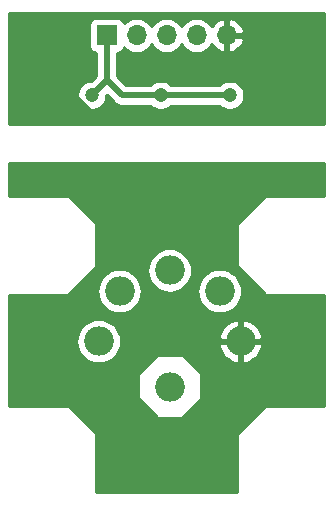
<source format=gbl>
G04 #@! TF.GenerationSoftware,KiCad,Pcbnew,5.1.2-f72e74a~84~ubuntu16.04.1*
G04 #@! TF.CreationDate,2019-07-19T18:17:23+01:00*
G04 #@! TF.ProjectId,DigitalPot_OptoIsolator,44696769-7461-46c5-906f-745f4f70746f,rev?*
G04 #@! TF.SameCoordinates,Original*
G04 #@! TF.FileFunction,Copper,L2,Bot*
G04 #@! TF.FilePolarity,Positive*
%FSLAX46Y46*%
G04 Gerber Fmt 4.6, Leading zero omitted, Abs format (unit mm)*
G04 Created by KiCad (PCBNEW 5.1.2-f72e74a~84~ubuntu16.04.1) date 2019-07-19 18:17:23*
%MOMM*%
%LPD*%
G04 APERTURE LIST*
%ADD10O,2.500000X2.500000*%
%ADD11R,1.700000X1.700000*%
%ADD12O,1.700000X1.700000*%
%ADD13C,1.200000*%
%ADD14C,0.508000*%
%ADD15C,0.254000*%
G04 APERTURE END LIST*
D10*
X101854000Y-40228000D03*
X106096640Y-41985360D03*
X107854000Y-46228000D03*
X101854000Y-50128000D03*
X95854000Y-46228000D03*
X97611360Y-41985360D03*
D11*
X96520000Y-20320000D03*
D12*
X99060000Y-20320000D03*
X101600000Y-20320000D03*
X104140000Y-20320000D03*
X106680000Y-20320000D03*
D13*
X95250000Y-25400000D03*
X101092000Y-25400000D03*
X106934000Y-25400000D03*
X94488000Y-23622000D03*
X105097000Y-27373000D03*
X99255000Y-27373000D03*
X91694000Y-20320000D03*
X101854000Y-46228000D03*
X101092000Y-34544000D03*
X106934000Y-34544000D03*
X96012000Y-34544000D03*
D14*
X96520000Y-24130000D02*
X95250000Y-25400000D01*
X96520000Y-20320000D02*
X96520000Y-24130000D01*
X97790000Y-25400000D02*
X96520000Y-24130000D01*
X101092000Y-25400000D02*
X97790000Y-25400000D01*
X101092000Y-25400000D02*
X106934000Y-25400000D01*
X105097000Y-27373000D02*
X99255000Y-27373000D01*
X93888001Y-24221999D02*
X94488000Y-23622000D01*
X93888001Y-25597923D02*
X93888001Y-24221999D01*
X95663078Y-27373000D02*
X93888001Y-25597923D01*
X99255000Y-27373000D02*
X95663078Y-27373000D01*
X91694000Y-20828000D02*
X94488000Y-23622000D01*
X91694000Y-20320000D02*
X91694000Y-20828000D01*
X101092000Y-34544000D02*
X106934000Y-34544000D01*
X107600000Y-45222234D02*
X107600000Y-46990000D01*
X96012000Y-34544000D02*
X101092000Y-34544000D01*
X106934000Y-34544000D02*
X106934000Y-39624000D01*
X106934000Y-39624000D02*
X108458000Y-41148000D01*
X108458000Y-41148000D02*
X108458000Y-43434000D01*
X107854000Y-44038000D02*
X107854000Y-46228000D01*
X108458000Y-43434000D02*
X107854000Y-44038000D01*
D15*
G36*
X114910001Y-27813000D02*
G01*
X88290000Y-27813000D01*
X88290000Y-25278363D01*
X94015000Y-25278363D01*
X94015000Y-25521637D01*
X94062460Y-25760236D01*
X94155557Y-25984992D01*
X94290713Y-26187267D01*
X94462733Y-26359287D01*
X94665008Y-26494443D01*
X94889764Y-26587540D01*
X95128363Y-26635000D01*
X95371637Y-26635000D01*
X95610236Y-26587540D01*
X95834992Y-26494443D01*
X96037267Y-26359287D01*
X96209287Y-26187267D01*
X96344443Y-25984992D01*
X96437540Y-25760236D01*
X96485000Y-25521637D01*
X96485000Y-25422235D01*
X96520000Y-25387236D01*
X97130506Y-25997741D01*
X97158341Y-26031659D01*
X97293709Y-26142753D01*
X97448149Y-26225303D01*
X97514058Y-26245296D01*
X97615724Y-26276136D01*
X97648924Y-26279406D01*
X97746333Y-26289000D01*
X97746339Y-26289000D01*
X97789999Y-26293300D01*
X97833659Y-26289000D01*
X100234446Y-26289000D01*
X100304733Y-26359287D01*
X100507008Y-26494443D01*
X100731764Y-26587540D01*
X100970363Y-26635000D01*
X101213637Y-26635000D01*
X101452236Y-26587540D01*
X101676992Y-26494443D01*
X101879267Y-26359287D01*
X101949554Y-26289000D01*
X106076446Y-26289000D01*
X106146733Y-26359287D01*
X106349008Y-26494443D01*
X106573764Y-26587540D01*
X106812363Y-26635000D01*
X107055637Y-26635000D01*
X107294236Y-26587540D01*
X107518992Y-26494443D01*
X107721267Y-26359287D01*
X107893287Y-26187267D01*
X108028443Y-25984992D01*
X108121540Y-25760236D01*
X108169000Y-25521637D01*
X108169000Y-25278363D01*
X108121540Y-25039764D01*
X108028443Y-24815008D01*
X107893287Y-24612733D01*
X107721267Y-24440713D01*
X107518992Y-24305557D01*
X107294236Y-24212460D01*
X107055637Y-24165000D01*
X106812363Y-24165000D01*
X106573764Y-24212460D01*
X106349008Y-24305557D01*
X106146733Y-24440713D01*
X106076446Y-24511000D01*
X101949554Y-24511000D01*
X101879267Y-24440713D01*
X101676992Y-24305557D01*
X101452236Y-24212460D01*
X101213637Y-24165000D01*
X100970363Y-24165000D01*
X100731764Y-24212460D01*
X100507008Y-24305557D01*
X100304733Y-24440713D01*
X100234446Y-24511000D01*
X98158236Y-24511000D01*
X97409000Y-23761765D01*
X97409000Y-21804231D01*
X97494482Y-21795812D01*
X97614180Y-21759502D01*
X97724494Y-21700537D01*
X97821185Y-21621185D01*
X97900537Y-21524494D01*
X97959502Y-21414180D01*
X97980393Y-21345313D01*
X98004866Y-21375134D01*
X98230986Y-21560706D01*
X98488966Y-21698599D01*
X98768889Y-21783513D01*
X98987050Y-21805000D01*
X99132950Y-21805000D01*
X99351111Y-21783513D01*
X99631034Y-21698599D01*
X99889014Y-21560706D01*
X100115134Y-21375134D01*
X100300706Y-21149014D01*
X100330000Y-21094209D01*
X100359294Y-21149014D01*
X100544866Y-21375134D01*
X100770986Y-21560706D01*
X101028966Y-21698599D01*
X101308889Y-21783513D01*
X101527050Y-21805000D01*
X101672950Y-21805000D01*
X101891111Y-21783513D01*
X102171034Y-21698599D01*
X102429014Y-21560706D01*
X102655134Y-21375134D01*
X102840706Y-21149014D01*
X102870000Y-21094209D01*
X102899294Y-21149014D01*
X103084866Y-21375134D01*
X103310986Y-21560706D01*
X103568966Y-21698599D01*
X103848889Y-21783513D01*
X104067050Y-21805000D01*
X104212950Y-21805000D01*
X104431111Y-21783513D01*
X104711034Y-21698599D01*
X104969014Y-21560706D01*
X105195134Y-21375134D01*
X105380706Y-21149014D01*
X105415201Y-21084477D01*
X105484822Y-21201355D01*
X105679731Y-21417588D01*
X105913080Y-21591641D01*
X106175901Y-21716825D01*
X106323110Y-21761476D01*
X106553000Y-21640155D01*
X106553000Y-20447000D01*
X106807000Y-20447000D01*
X106807000Y-21640155D01*
X107036890Y-21761476D01*
X107184099Y-21716825D01*
X107446920Y-21591641D01*
X107680269Y-21417588D01*
X107875178Y-21201355D01*
X108024157Y-20951252D01*
X108121481Y-20676891D01*
X108000814Y-20447000D01*
X106807000Y-20447000D01*
X106553000Y-20447000D01*
X106533000Y-20447000D01*
X106533000Y-20193000D01*
X106553000Y-20193000D01*
X106553000Y-18999845D01*
X106807000Y-18999845D01*
X106807000Y-20193000D01*
X108000814Y-20193000D01*
X108121481Y-19963109D01*
X108024157Y-19688748D01*
X107875178Y-19438645D01*
X107680269Y-19222412D01*
X107446920Y-19048359D01*
X107184099Y-18923175D01*
X107036890Y-18878524D01*
X106807000Y-18999845D01*
X106553000Y-18999845D01*
X106323110Y-18878524D01*
X106175901Y-18923175D01*
X105913080Y-19048359D01*
X105679731Y-19222412D01*
X105484822Y-19438645D01*
X105415201Y-19555523D01*
X105380706Y-19490986D01*
X105195134Y-19264866D01*
X104969014Y-19079294D01*
X104711034Y-18941401D01*
X104431111Y-18856487D01*
X104212950Y-18835000D01*
X104067050Y-18835000D01*
X103848889Y-18856487D01*
X103568966Y-18941401D01*
X103310986Y-19079294D01*
X103084866Y-19264866D01*
X102899294Y-19490986D01*
X102870000Y-19545791D01*
X102840706Y-19490986D01*
X102655134Y-19264866D01*
X102429014Y-19079294D01*
X102171034Y-18941401D01*
X101891111Y-18856487D01*
X101672950Y-18835000D01*
X101527050Y-18835000D01*
X101308889Y-18856487D01*
X101028966Y-18941401D01*
X100770986Y-19079294D01*
X100544866Y-19264866D01*
X100359294Y-19490986D01*
X100330000Y-19545791D01*
X100300706Y-19490986D01*
X100115134Y-19264866D01*
X99889014Y-19079294D01*
X99631034Y-18941401D01*
X99351111Y-18856487D01*
X99132950Y-18835000D01*
X98987050Y-18835000D01*
X98768889Y-18856487D01*
X98488966Y-18941401D01*
X98230986Y-19079294D01*
X98004866Y-19264866D01*
X97980393Y-19294687D01*
X97959502Y-19225820D01*
X97900537Y-19115506D01*
X97821185Y-19018815D01*
X97724494Y-18939463D01*
X97614180Y-18880498D01*
X97494482Y-18844188D01*
X97370000Y-18831928D01*
X95670000Y-18831928D01*
X95545518Y-18844188D01*
X95425820Y-18880498D01*
X95315506Y-18939463D01*
X95218815Y-19018815D01*
X95139463Y-19115506D01*
X95080498Y-19225820D01*
X95044188Y-19345518D01*
X95031928Y-19470000D01*
X95031928Y-21170000D01*
X95044188Y-21294482D01*
X95080498Y-21414180D01*
X95139463Y-21524494D01*
X95218815Y-21621185D01*
X95315506Y-21700537D01*
X95425820Y-21759502D01*
X95545518Y-21795812D01*
X95631000Y-21804231D01*
X95631001Y-23761763D01*
X95227765Y-24165000D01*
X95128363Y-24165000D01*
X94889764Y-24212460D01*
X94665008Y-24305557D01*
X94462733Y-24440713D01*
X94290713Y-24612733D01*
X94155557Y-24815008D01*
X94062460Y-25039764D01*
X94015000Y-25278363D01*
X88290000Y-25278363D01*
X88290000Y-18440000D01*
X114910001Y-18440000D01*
X114910001Y-27813000D01*
X114910001Y-27813000D01*
G37*
X114910001Y-27813000D02*
X88290000Y-27813000D01*
X88290000Y-25278363D01*
X94015000Y-25278363D01*
X94015000Y-25521637D01*
X94062460Y-25760236D01*
X94155557Y-25984992D01*
X94290713Y-26187267D01*
X94462733Y-26359287D01*
X94665008Y-26494443D01*
X94889764Y-26587540D01*
X95128363Y-26635000D01*
X95371637Y-26635000D01*
X95610236Y-26587540D01*
X95834992Y-26494443D01*
X96037267Y-26359287D01*
X96209287Y-26187267D01*
X96344443Y-25984992D01*
X96437540Y-25760236D01*
X96485000Y-25521637D01*
X96485000Y-25422235D01*
X96520000Y-25387236D01*
X97130506Y-25997741D01*
X97158341Y-26031659D01*
X97293709Y-26142753D01*
X97448149Y-26225303D01*
X97514058Y-26245296D01*
X97615724Y-26276136D01*
X97648924Y-26279406D01*
X97746333Y-26289000D01*
X97746339Y-26289000D01*
X97789999Y-26293300D01*
X97833659Y-26289000D01*
X100234446Y-26289000D01*
X100304733Y-26359287D01*
X100507008Y-26494443D01*
X100731764Y-26587540D01*
X100970363Y-26635000D01*
X101213637Y-26635000D01*
X101452236Y-26587540D01*
X101676992Y-26494443D01*
X101879267Y-26359287D01*
X101949554Y-26289000D01*
X106076446Y-26289000D01*
X106146733Y-26359287D01*
X106349008Y-26494443D01*
X106573764Y-26587540D01*
X106812363Y-26635000D01*
X107055637Y-26635000D01*
X107294236Y-26587540D01*
X107518992Y-26494443D01*
X107721267Y-26359287D01*
X107893287Y-26187267D01*
X108028443Y-25984992D01*
X108121540Y-25760236D01*
X108169000Y-25521637D01*
X108169000Y-25278363D01*
X108121540Y-25039764D01*
X108028443Y-24815008D01*
X107893287Y-24612733D01*
X107721267Y-24440713D01*
X107518992Y-24305557D01*
X107294236Y-24212460D01*
X107055637Y-24165000D01*
X106812363Y-24165000D01*
X106573764Y-24212460D01*
X106349008Y-24305557D01*
X106146733Y-24440713D01*
X106076446Y-24511000D01*
X101949554Y-24511000D01*
X101879267Y-24440713D01*
X101676992Y-24305557D01*
X101452236Y-24212460D01*
X101213637Y-24165000D01*
X100970363Y-24165000D01*
X100731764Y-24212460D01*
X100507008Y-24305557D01*
X100304733Y-24440713D01*
X100234446Y-24511000D01*
X98158236Y-24511000D01*
X97409000Y-23761765D01*
X97409000Y-21804231D01*
X97494482Y-21795812D01*
X97614180Y-21759502D01*
X97724494Y-21700537D01*
X97821185Y-21621185D01*
X97900537Y-21524494D01*
X97959502Y-21414180D01*
X97980393Y-21345313D01*
X98004866Y-21375134D01*
X98230986Y-21560706D01*
X98488966Y-21698599D01*
X98768889Y-21783513D01*
X98987050Y-21805000D01*
X99132950Y-21805000D01*
X99351111Y-21783513D01*
X99631034Y-21698599D01*
X99889014Y-21560706D01*
X100115134Y-21375134D01*
X100300706Y-21149014D01*
X100330000Y-21094209D01*
X100359294Y-21149014D01*
X100544866Y-21375134D01*
X100770986Y-21560706D01*
X101028966Y-21698599D01*
X101308889Y-21783513D01*
X101527050Y-21805000D01*
X101672950Y-21805000D01*
X101891111Y-21783513D01*
X102171034Y-21698599D01*
X102429014Y-21560706D01*
X102655134Y-21375134D01*
X102840706Y-21149014D01*
X102870000Y-21094209D01*
X102899294Y-21149014D01*
X103084866Y-21375134D01*
X103310986Y-21560706D01*
X103568966Y-21698599D01*
X103848889Y-21783513D01*
X104067050Y-21805000D01*
X104212950Y-21805000D01*
X104431111Y-21783513D01*
X104711034Y-21698599D01*
X104969014Y-21560706D01*
X105195134Y-21375134D01*
X105380706Y-21149014D01*
X105415201Y-21084477D01*
X105484822Y-21201355D01*
X105679731Y-21417588D01*
X105913080Y-21591641D01*
X106175901Y-21716825D01*
X106323110Y-21761476D01*
X106553000Y-21640155D01*
X106553000Y-20447000D01*
X106807000Y-20447000D01*
X106807000Y-21640155D01*
X107036890Y-21761476D01*
X107184099Y-21716825D01*
X107446920Y-21591641D01*
X107680269Y-21417588D01*
X107875178Y-21201355D01*
X108024157Y-20951252D01*
X108121481Y-20676891D01*
X108000814Y-20447000D01*
X106807000Y-20447000D01*
X106553000Y-20447000D01*
X106533000Y-20447000D01*
X106533000Y-20193000D01*
X106553000Y-20193000D01*
X106553000Y-18999845D01*
X106807000Y-18999845D01*
X106807000Y-20193000D01*
X108000814Y-20193000D01*
X108121481Y-19963109D01*
X108024157Y-19688748D01*
X107875178Y-19438645D01*
X107680269Y-19222412D01*
X107446920Y-19048359D01*
X107184099Y-18923175D01*
X107036890Y-18878524D01*
X106807000Y-18999845D01*
X106553000Y-18999845D01*
X106323110Y-18878524D01*
X106175901Y-18923175D01*
X105913080Y-19048359D01*
X105679731Y-19222412D01*
X105484822Y-19438645D01*
X105415201Y-19555523D01*
X105380706Y-19490986D01*
X105195134Y-19264866D01*
X104969014Y-19079294D01*
X104711034Y-18941401D01*
X104431111Y-18856487D01*
X104212950Y-18835000D01*
X104067050Y-18835000D01*
X103848889Y-18856487D01*
X103568966Y-18941401D01*
X103310986Y-19079294D01*
X103084866Y-19264866D01*
X102899294Y-19490986D01*
X102870000Y-19545791D01*
X102840706Y-19490986D01*
X102655134Y-19264866D01*
X102429014Y-19079294D01*
X102171034Y-18941401D01*
X101891111Y-18856487D01*
X101672950Y-18835000D01*
X101527050Y-18835000D01*
X101308889Y-18856487D01*
X101028966Y-18941401D01*
X100770986Y-19079294D01*
X100544866Y-19264866D01*
X100359294Y-19490986D01*
X100330000Y-19545791D01*
X100300706Y-19490986D01*
X100115134Y-19264866D01*
X99889014Y-19079294D01*
X99631034Y-18941401D01*
X99351111Y-18856487D01*
X99132950Y-18835000D01*
X98987050Y-18835000D01*
X98768889Y-18856487D01*
X98488966Y-18941401D01*
X98230986Y-19079294D01*
X98004866Y-19264866D01*
X97980393Y-19294687D01*
X97959502Y-19225820D01*
X97900537Y-19115506D01*
X97821185Y-19018815D01*
X97724494Y-18939463D01*
X97614180Y-18880498D01*
X97494482Y-18844188D01*
X97370000Y-18831928D01*
X95670000Y-18831928D01*
X95545518Y-18844188D01*
X95425820Y-18880498D01*
X95315506Y-18939463D01*
X95218815Y-19018815D01*
X95139463Y-19115506D01*
X95080498Y-19225820D01*
X95044188Y-19345518D01*
X95031928Y-19470000D01*
X95031928Y-21170000D01*
X95044188Y-21294482D01*
X95080498Y-21414180D01*
X95139463Y-21524494D01*
X95218815Y-21621185D01*
X95315506Y-21700537D01*
X95425820Y-21759502D01*
X95545518Y-21795812D01*
X95631000Y-21804231D01*
X95631001Y-23761763D01*
X95227765Y-24165000D01*
X95128363Y-24165000D01*
X94889764Y-24212460D01*
X94665008Y-24305557D01*
X94462733Y-24440713D01*
X94290713Y-24612733D01*
X94155557Y-24815008D01*
X94062460Y-25039764D01*
X94015000Y-25278363D01*
X88290000Y-25278363D01*
X88290000Y-18440000D01*
X114910001Y-18440000D01*
X114910001Y-27813000D01*
G36*
X114910001Y-33909000D02*
G01*
X109982000Y-33909000D01*
X109957224Y-33911440D01*
X109933399Y-33918667D01*
X109911443Y-33930403D01*
X109892197Y-33946197D01*
X107606197Y-36232197D01*
X107590403Y-36251443D01*
X107578667Y-36273399D01*
X107571440Y-36297224D01*
X107569000Y-36322000D01*
X107569000Y-39878000D01*
X107571440Y-39902776D01*
X107578667Y-39926601D01*
X107590403Y-39948557D01*
X107606197Y-39967803D01*
X109892197Y-42253803D01*
X109911443Y-42269597D01*
X109933399Y-42281333D01*
X109957224Y-42288560D01*
X109982000Y-42291000D01*
X114910000Y-42291000D01*
X114910000Y-51689000D01*
X109982000Y-51689000D01*
X109957224Y-51691440D01*
X109933399Y-51698667D01*
X109911443Y-51710403D01*
X109892197Y-51726197D01*
X107606197Y-54012197D01*
X107590403Y-54031443D01*
X107578667Y-54053399D01*
X107571440Y-54077224D01*
X107569000Y-54102000D01*
X107569000Y-59030000D01*
X95631000Y-59030000D01*
X95631000Y-54102000D01*
X95628560Y-54077224D01*
X95621333Y-54053399D01*
X95609597Y-54031443D01*
X95593803Y-54012197D01*
X93307803Y-51726197D01*
X93288557Y-51710403D01*
X93266601Y-51698667D01*
X93242776Y-51691440D01*
X93218000Y-51689000D01*
X88290000Y-51689000D01*
X88290000Y-49022000D01*
X99187000Y-49022000D01*
X99187000Y-51054000D01*
X99189440Y-51078776D01*
X99196667Y-51102601D01*
X99208403Y-51124557D01*
X99224197Y-51143803D01*
X100748197Y-52667803D01*
X100767443Y-52683597D01*
X100789399Y-52695333D01*
X100813224Y-52702560D01*
X100838000Y-52705000D01*
X102870000Y-52705000D01*
X102894776Y-52702560D01*
X102918601Y-52695333D01*
X102940557Y-52683597D01*
X102959803Y-52667803D01*
X104483803Y-51143803D01*
X104499597Y-51124557D01*
X104511333Y-51102601D01*
X104518560Y-51078776D01*
X104521000Y-51054000D01*
X104521000Y-49022000D01*
X104518560Y-48997224D01*
X104511333Y-48973399D01*
X104499597Y-48951443D01*
X104483803Y-48932197D01*
X102959803Y-47408197D01*
X102940557Y-47392403D01*
X102918601Y-47380667D01*
X102894776Y-47373440D01*
X102870000Y-47371000D01*
X100838000Y-47371000D01*
X100813224Y-47373440D01*
X100789399Y-47380667D01*
X100767443Y-47392403D01*
X100748197Y-47408197D01*
X99224197Y-48932197D01*
X99208403Y-48951443D01*
X99196667Y-48973399D01*
X99189440Y-48997224D01*
X99187000Y-49022000D01*
X88290000Y-49022000D01*
X88290000Y-46228000D01*
X93959880Y-46228000D01*
X93996275Y-46597524D01*
X94104061Y-46952848D01*
X94279097Y-47280317D01*
X94514655Y-47567345D01*
X94801683Y-47802903D01*
X95129152Y-47977939D01*
X95484476Y-48085725D01*
X95761403Y-48113000D01*
X95946597Y-48113000D01*
X96223524Y-48085725D01*
X96578848Y-47977939D01*
X96906317Y-47802903D01*
X97193345Y-47567345D01*
X97428903Y-47280317D01*
X97603939Y-46952848D01*
X97696521Y-46647645D01*
X106016305Y-46647645D01*
X106092867Y-46900048D01*
X106257817Y-47230715D01*
X106484107Y-47522848D01*
X106763041Y-47765221D01*
X107083900Y-47948519D01*
X107434354Y-48065699D01*
X107727000Y-47949971D01*
X107727000Y-46355000D01*
X107981000Y-46355000D01*
X107981000Y-47949971D01*
X108273646Y-48065699D01*
X108624100Y-47948519D01*
X108944959Y-47765221D01*
X109223893Y-47522848D01*
X109450183Y-47230715D01*
X109615133Y-46900048D01*
X109691695Y-46647645D01*
X109575572Y-46355000D01*
X107981000Y-46355000D01*
X107727000Y-46355000D01*
X106132428Y-46355000D01*
X106016305Y-46647645D01*
X97696521Y-46647645D01*
X97711725Y-46597524D01*
X97748120Y-46228000D01*
X97711725Y-45858476D01*
X97696522Y-45808355D01*
X106016305Y-45808355D01*
X106132428Y-46101000D01*
X107727000Y-46101000D01*
X107727000Y-44506029D01*
X107981000Y-44506029D01*
X107981000Y-46101000D01*
X109575572Y-46101000D01*
X109691695Y-45808355D01*
X109615133Y-45555952D01*
X109450183Y-45225285D01*
X109223893Y-44933152D01*
X108944959Y-44690779D01*
X108624100Y-44507481D01*
X108273646Y-44390301D01*
X107981000Y-44506029D01*
X107727000Y-44506029D01*
X107434354Y-44390301D01*
X107083900Y-44507481D01*
X106763041Y-44690779D01*
X106484107Y-44933152D01*
X106257817Y-45225285D01*
X106092867Y-45555952D01*
X106016305Y-45808355D01*
X97696522Y-45808355D01*
X97603939Y-45503152D01*
X97428903Y-45175683D01*
X97193345Y-44888655D01*
X96906317Y-44653097D01*
X96578848Y-44478061D01*
X96223524Y-44370275D01*
X95946597Y-44343000D01*
X95761403Y-44343000D01*
X95484476Y-44370275D01*
X95129152Y-44478061D01*
X94801683Y-44653097D01*
X94514655Y-44888655D01*
X94279097Y-45175683D01*
X94104061Y-45503152D01*
X93996275Y-45858476D01*
X93959880Y-46228000D01*
X88290000Y-46228000D01*
X88290000Y-42291000D01*
X93218000Y-42291000D01*
X93242776Y-42288560D01*
X93266601Y-42281333D01*
X93288557Y-42269597D01*
X93307803Y-42253803D01*
X93576246Y-41985360D01*
X95717240Y-41985360D01*
X95753635Y-42354884D01*
X95861421Y-42710208D01*
X96036457Y-43037677D01*
X96272015Y-43324705D01*
X96559043Y-43560263D01*
X96886512Y-43735299D01*
X97241836Y-43843085D01*
X97518763Y-43870360D01*
X97703957Y-43870360D01*
X97980884Y-43843085D01*
X98336208Y-43735299D01*
X98663677Y-43560263D01*
X98950705Y-43324705D01*
X99186263Y-43037677D01*
X99361299Y-42710208D01*
X99469085Y-42354884D01*
X99505480Y-41985360D01*
X99469085Y-41615836D01*
X99361299Y-41260512D01*
X99186263Y-40933043D01*
X98950705Y-40646015D01*
X98663677Y-40410457D01*
X98336208Y-40235421D01*
X98311745Y-40228000D01*
X99959880Y-40228000D01*
X99996275Y-40597524D01*
X100104061Y-40952848D01*
X100279097Y-41280317D01*
X100514655Y-41567345D01*
X100801683Y-41802903D01*
X101129152Y-41977939D01*
X101484476Y-42085725D01*
X101761403Y-42113000D01*
X101946597Y-42113000D01*
X102223524Y-42085725D01*
X102554384Y-41985360D01*
X104202520Y-41985360D01*
X104238915Y-42354884D01*
X104346701Y-42710208D01*
X104521737Y-43037677D01*
X104757295Y-43324705D01*
X105044323Y-43560263D01*
X105371792Y-43735299D01*
X105727116Y-43843085D01*
X106004043Y-43870360D01*
X106189237Y-43870360D01*
X106466164Y-43843085D01*
X106821488Y-43735299D01*
X107148957Y-43560263D01*
X107435985Y-43324705D01*
X107671543Y-43037677D01*
X107846579Y-42710208D01*
X107954365Y-42354884D01*
X107990760Y-41985360D01*
X107954365Y-41615836D01*
X107846579Y-41260512D01*
X107671543Y-40933043D01*
X107435985Y-40646015D01*
X107148957Y-40410457D01*
X106821488Y-40235421D01*
X106466164Y-40127635D01*
X106189237Y-40100360D01*
X106004043Y-40100360D01*
X105727116Y-40127635D01*
X105371792Y-40235421D01*
X105044323Y-40410457D01*
X104757295Y-40646015D01*
X104521737Y-40933043D01*
X104346701Y-41260512D01*
X104238915Y-41615836D01*
X104202520Y-41985360D01*
X102554384Y-41985360D01*
X102578848Y-41977939D01*
X102906317Y-41802903D01*
X103193345Y-41567345D01*
X103428903Y-41280317D01*
X103603939Y-40952848D01*
X103711725Y-40597524D01*
X103748120Y-40228000D01*
X103711725Y-39858476D01*
X103603939Y-39503152D01*
X103428903Y-39175683D01*
X103193345Y-38888655D01*
X102906317Y-38653097D01*
X102578848Y-38478061D01*
X102223524Y-38370275D01*
X101946597Y-38343000D01*
X101761403Y-38343000D01*
X101484476Y-38370275D01*
X101129152Y-38478061D01*
X100801683Y-38653097D01*
X100514655Y-38888655D01*
X100279097Y-39175683D01*
X100104061Y-39503152D01*
X99996275Y-39858476D01*
X99959880Y-40228000D01*
X98311745Y-40228000D01*
X97980884Y-40127635D01*
X97703957Y-40100360D01*
X97518763Y-40100360D01*
X97241836Y-40127635D01*
X96886512Y-40235421D01*
X96559043Y-40410457D01*
X96272015Y-40646015D01*
X96036457Y-40933043D01*
X95861421Y-41260512D01*
X95753635Y-41615836D01*
X95717240Y-41985360D01*
X93576246Y-41985360D01*
X95593803Y-39967803D01*
X95609597Y-39948557D01*
X95621333Y-39926601D01*
X95628560Y-39902776D01*
X95631000Y-39878000D01*
X95631000Y-36322000D01*
X95628560Y-36297224D01*
X95621333Y-36273399D01*
X95609597Y-36251443D01*
X95593803Y-36232197D01*
X93307803Y-33946197D01*
X93288557Y-33930403D01*
X93266601Y-33918667D01*
X93242776Y-33911440D01*
X93218000Y-33909000D01*
X88290000Y-33909000D01*
X88290000Y-31115000D01*
X114910001Y-31115000D01*
X114910001Y-33909000D01*
X114910001Y-33909000D01*
G37*
X114910001Y-33909000D02*
X109982000Y-33909000D01*
X109957224Y-33911440D01*
X109933399Y-33918667D01*
X109911443Y-33930403D01*
X109892197Y-33946197D01*
X107606197Y-36232197D01*
X107590403Y-36251443D01*
X107578667Y-36273399D01*
X107571440Y-36297224D01*
X107569000Y-36322000D01*
X107569000Y-39878000D01*
X107571440Y-39902776D01*
X107578667Y-39926601D01*
X107590403Y-39948557D01*
X107606197Y-39967803D01*
X109892197Y-42253803D01*
X109911443Y-42269597D01*
X109933399Y-42281333D01*
X109957224Y-42288560D01*
X109982000Y-42291000D01*
X114910000Y-42291000D01*
X114910000Y-51689000D01*
X109982000Y-51689000D01*
X109957224Y-51691440D01*
X109933399Y-51698667D01*
X109911443Y-51710403D01*
X109892197Y-51726197D01*
X107606197Y-54012197D01*
X107590403Y-54031443D01*
X107578667Y-54053399D01*
X107571440Y-54077224D01*
X107569000Y-54102000D01*
X107569000Y-59030000D01*
X95631000Y-59030000D01*
X95631000Y-54102000D01*
X95628560Y-54077224D01*
X95621333Y-54053399D01*
X95609597Y-54031443D01*
X95593803Y-54012197D01*
X93307803Y-51726197D01*
X93288557Y-51710403D01*
X93266601Y-51698667D01*
X93242776Y-51691440D01*
X93218000Y-51689000D01*
X88290000Y-51689000D01*
X88290000Y-49022000D01*
X99187000Y-49022000D01*
X99187000Y-51054000D01*
X99189440Y-51078776D01*
X99196667Y-51102601D01*
X99208403Y-51124557D01*
X99224197Y-51143803D01*
X100748197Y-52667803D01*
X100767443Y-52683597D01*
X100789399Y-52695333D01*
X100813224Y-52702560D01*
X100838000Y-52705000D01*
X102870000Y-52705000D01*
X102894776Y-52702560D01*
X102918601Y-52695333D01*
X102940557Y-52683597D01*
X102959803Y-52667803D01*
X104483803Y-51143803D01*
X104499597Y-51124557D01*
X104511333Y-51102601D01*
X104518560Y-51078776D01*
X104521000Y-51054000D01*
X104521000Y-49022000D01*
X104518560Y-48997224D01*
X104511333Y-48973399D01*
X104499597Y-48951443D01*
X104483803Y-48932197D01*
X102959803Y-47408197D01*
X102940557Y-47392403D01*
X102918601Y-47380667D01*
X102894776Y-47373440D01*
X102870000Y-47371000D01*
X100838000Y-47371000D01*
X100813224Y-47373440D01*
X100789399Y-47380667D01*
X100767443Y-47392403D01*
X100748197Y-47408197D01*
X99224197Y-48932197D01*
X99208403Y-48951443D01*
X99196667Y-48973399D01*
X99189440Y-48997224D01*
X99187000Y-49022000D01*
X88290000Y-49022000D01*
X88290000Y-46228000D01*
X93959880Y-46228000D01*
X93996275Y-46597524D01*
X94104061Y-46952848D01*
X94279097Y-47280317D01*
X94514655Y-47567345D01*
X94801683Y-47802903D01*
X95129152Y-47977939D01*
X95484476Y-48085725D01*
X95761403Y-48113000D01*
X95946597Y-48113000D01*
X96223524Y-48085725D01*
X96578848Y-47977939D01*
X96906317Y-47802903D01*
X97193345Y-47567345D01*
X97428903Y-47280317D01*
X97603939Y-46952848D01*
X97696521Y-46647645D01*
X106016305Y-46647645D01*
X106092867Y-46900048D01*
X106257817Y-47230715D01*
X106484107Y-47522848D01*
X106763041Y-47765221D01*
X107083900Y-47948519D01*
X107434354Y-48065699D01*
X107727000Y-47949971D01*
X107727000Y-46355000D01*
X107981000Y-46355000D01*
X107981000Y-47949971D01*
X108273646Y-48065699D01*
X108624100Y-47948519D01*
X108944959Y-47765221D01*
X109223893Y-47522848D01*
X109450183Y-47230715D01*
X109615133Y-46900048D01*
X109691695Y-46647645D01*
X109575572Y-46355000D01*
X107981000Y-46355000D01*
X107727000Y-46355000D01*
X106132428Y-46355000D01*
X106016305Y-46647645D01*
X97696521Y-46647645D01*
X97711725Y-46597524D01*
X97748120Y-46228000D01*
X97711725Y-45858476D01*
X97696522Y-45808355D01*
X106016305Y-45808355D01*
X106132428Y-46101000D01*
X107727000Y-46101000D01*
X107727000Y-44506029D01*
X107981000Y-44506029D01*
X107981000Y-46101000D01*
X109575572Y-46101000D01*
X109691695Y-45808355D01*
X109615133Y-45555952D01*
X109450183Y-45225285D01*
X109223893Y-44933152D01*
X108944959Y-44690779D01*
X108624100Y-44507481D01*
X108273646Y-44390301D01*
X107981000Y-44506029D01*
X107727000Y-44506029D01*
X107434354Y-44390301D01*
X107083900Y-44507481D01*
X106763041Y-44690779D01*
X106484107Y-44933152D01*
X106257817Y-45225285D01*
X106092867Y-45555952D01*
X106016305Y-45808355D01*
X97696522Y-45808355D01*
X97603939Y-45503152D01*
X97428903Y-45175683D01*
X97193345Y-44888655D01*
X96906317Y-44653097D01*
X96578848Y-44478061D01*
X96223524Y-44370275D01*
X95946597Y-44343000D01*
X95761403Y-44343000D01*
X95484476Y-44370275D01*
X95129152Y-44478061D01*
X94801683Y-44653097D01*
X94514655Y-44888655D01*
X94279097Y-45175683D01*
X94104061Y-45503152D01*
X93996275Y-45858476D01*
X93959880Y-46228000D01*
X88290000Y-46228000D01*
X88290000Y-42291000D01*
X93218000Y-42291000D01*
X93242776Y-42288560D01*
X93266601Y-42281333D01*
X93288557Y-42269597D01*
X93307803Y-42253803D01*
X93576246Y-41985360D01*
X95717240Y-41985360D01*
X95753635Y-42354884D01*
X95861421Y-42710208D01*
X96036457Y-43037677D01*
X96272015Y-43324705D01*
X96559043Y-43560263D01*
X96886512Y-43735299D01*
X97241836Y-43843085D01*
X97518763Y-43870360D01*
X97703957Y-43870360D01*
X97980884Y-43843085D01*
X98336208Y-43735299D01*
X98663677Y-43560263D01*
X98950705Y-43324705D01*
X99186263Y-43037677D01*
X99361299Y-42710208D01*
X99469085Y-42354884D01*
X99505480Y-41985360D01*
X99469085Y-41615836D01*
X99361299Y-41260512D01*
X99186263Y-40933043D01*
X98950705Y-40646015D01*
X98663677Y-40410457D01*
X98336208Y-40235421D01*
X98311745Y-40228000D01*
X99959880Y-40228000D01*
X99996275Y-40597524D01*
X100104061Y-40952848D01*
X100279097Y-41280317D01*
X100514655Y-41567345D01*
X100801683Y-41802903D01*
X101129152Y-41977939D01*
X101484476Y-42085725D01*
X101761403Y-42113000D01*
X101946597Y-42113000D01*
X102223524Y-42085725D01*
X102554384Y-41985360D01*
X104202520Y-41985360D01*
X104238915Y-42354884D01*
X104346701Y-42710208D01*
X104521737Y-43037677D01*
X104757295Y-43324705D01*
X105044323Y-43560263D01*
X105371792Y-43735299D01*
X105727116Y-43843085D01*
X106004043Y-43870360D01*
X106189237Y-43870360D01*
X106466164Y-43843085D01*
X106821488Y-43735299D01*
X107148957Y-43560263D01*
X107435985Y-43324705D01*
X107671543Y-43037677D01*
X107846579Y-42710208D01*
X107954365Y-42354884D01*
X107990760Y-41985360D01*
X107954365Y-41615836D01*
X107846579Y-41260512D01*
X107671543Y-40933043D01*
X107435985Y-40646015D01*
X107148957Y-40410457D01*
X106821488Y-40235421D01*
X106466164Y-40127635D01*
X106189237Y-40100360D01*
X106004043Y-40100360D01*
X105727116Y-40127635D01*
X105371792Y-40235421D01*
X105044323Y-40410457D01*
X104757295Y-40646015D01*
X104521737Y-40933043D01*
X104346701Y-41260512D01*
X104238915Y-41615836D01*
X104202520Y-41985360D01*
X102554384Y-41985360D01*
X102578848Y-41977939D01*
X102906317Y-41802903D01*
X103193345Y-41567345D01*
X103428903Y-41280317D01*
X103603939Y-40952848D01*
X103711725Y-40597524D01*
X103748120Y-40228000D01*
X103711725Y-39858476D01*
X103603939Y-39503152D01*
X103428903Y-39175683D01*
X103193345Y-38888655D01*
X102906317Y-38653097D01*
X102578848Y-38478061D01*
X102223524Y-38370275D01*
X101946597Y-38343000D01*
X101761403Y-38343000D01*
X101484476Y-38370275D01*
X101129152Y-38478061D01*
X100801683Y-38653097D01*
X100514655Y-38888655D01*
X100279097Y-39175683D01*
X100104061Y-39503152D01*
X99996275Y-39858476D01*
X99959880Y-40228000D01*
X98311745Y-40228000D01*
X97980884Y-40127635D01*
X97703957Y-40100360D01*
X97518763Y-40100360D01*
X97241836Y-40127635D01*
X96886512Y-40235421D01*
X96559043Y-40410457D01*
X96272015Y-40646015D01*
X96036457Y-40933043D01*
X95861421Y-41260512D01*
X95753635Y-41615836D01*
X95717240Y-41985360D01*
X93576246Y-41985360D01*
X95593803Y-39967803D01*
X95609597Y-39948557D01*
X95621333Y-39926601D01*
X95628560Y-39902776D01*
X95631000Y-39878000D01*
X95631000Y-36322000D01*
X95628560Y-36297224D01*
X95621333Y-36273399D01*
X95609597Y-36251443D01*
X95593803Y-36232197D01*
X93307803Y-33946197D01*
X93288557Y-33930403D01*
X93266601Y-33918667D01*
X93242776Y-33911440D01*
X93218000Y-33909000D01*
X88290000Y-33909000D01*
X88290000Y-31115000D01*
X114910001Y-31115000D01*
X114910001Y-33909000D01*
M02*

</source>
